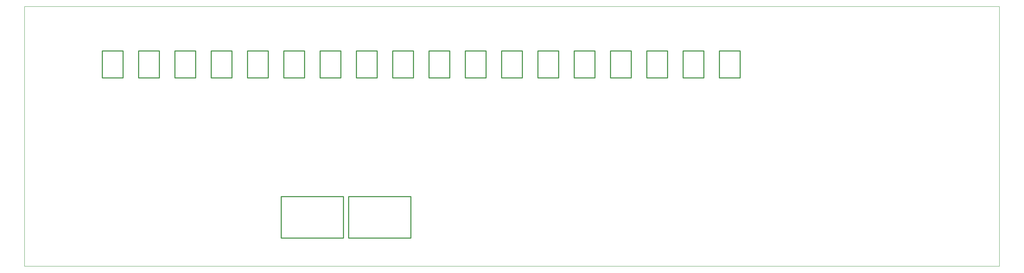
<source format=gbr>
G04 #@! TF.GenerationSoftware,KiCad,Pcbnew,(5.0.0)*
G04 #@! TF.CreationDate,2019-12-09T00:58:10+00:00*
G04 #@! TF.ProjectId,Control Panel,436F6E74726F6C2050616E656C2E6B69,rev?*
G04 #@! TF.SameCoordinates,Original*
G04 #@! TF.FileFunction,Profile,NP*
%FSLAX46Y46*%
G04 Gerber Fmt 4.6, Leading zero omitted, Abs format (unit mm)*
G04 Created by KiCad (PCBNEW (5.0.0)) date 12/09/19 00:58:10*
%MOMM*%
%LPD*%
G01*
G04 APERTURE LIST*
%ADD10C,0.200000*%
G04 #@! TA.AperFunction,NonConductor*
%ADD11C,0.500000*%
G04 #@! TD*
G04 APERTURE END LIST*
D10*
X480060000Y-129794000D02*
X2540000Y-129794000D01*
X480060000Y-2540000D02*
X480060000Y-129794000D01*
X2540000Y-2540000D02*
X480060000Y-2540000D01*
X2540000Y-129794000D02*
X2540000Y-2540000D01*
D11*
G04 #@! TO.C,SW35*
X50800000Y-24296000D02*
X50800000Y-37504000D01*
X40640000Y-24296000D02*
X50800000Y-24296000D01*
X40640000Y-37504000D02*
X40640000Y-24296000D01*
X50800000Y-37504000D02*
X40640000Y-37504000D01*
G04 #@! TO.C,SW20*
X317500000Y-24296000D02*
X317500000Y-37504000D01*
X307340000Y-24296000D02*
X317500000Y-24296000D01*
X307340000Y-37504000D02*
X307340000Y-24296000D01*
X317500000Y-37504000D02*
X307340000Y-37504000D01*
G04 #@! TO.C,SW19*
X335280000Y-24296000D02*
X335280000Y-37504000D01*
X325120000Y-24296000D02*
X335280000Y-24296000D01*
X325120000Y-37504000D02*
X325120000Y-24296000D01*
X335280000Y-37504000D02*
X325120000Y-37504000D01*
G04 #@! TO.C,SW18*
X353060000Y-24296000D02*
X353060000Y-37504000D01*
X342900000Y-24296000D02*
X353060000Y-24296000D01*
X342900000Y-37504000D02*
X342900000Y-24296000D01*
X353060000Y-37504000D02*
X342900000Y-37504000D01*
G04 #@! TO.C,SW21*
X299720000Y-24296000D02*
X299720000Y-37504000D01*
X289560000Y-24296000D02*
X299720000Y-24296000D01*
X289560000Y-37504000D02*
X289560000Y-24296000D01*
X299720000Y-37504000D02*
X289560000Y-37504000D01*
G04 #@! TO.C,SW22*
X281940000Y-24296000D02*
X281940000Y-37504000D01*
X271780000Y-24296000D02*
X281940000Y-24296000D01*
X271780000Y-37504000D02*
X271780000Y-24296000D01*
X281940000Y-37504000D02*
X271780000Y-37504000D01*
G04 #@! TO.C,SW23*
X264160000Y-24296000D02*
X264160000Y-37504000D01*
X254000000Y-24296000D02*
X264160000Y-24296000D01*
X254000000Y-37504000D02*
X254000000Y-24296000D01*
X264160000Y-37504000D02*
X254000000Y-37504000D01*
G04 #@! TO.C,SW24*
X246380000Y-24296000D02*
X246380000Y-37504000D01*
X236220000Y-24296000D02*
X246380000Y-24296000D01*
X236220000Y-37504000D02*
X236220000Y-24296000D01*
X246380000Y-37504000D02*
X236220000Y-37504000D01*
G04 #@! TO.C,SW25*
X228600000Y-24296000D02*
X228600000Y-37504000D01*
X218440000Y-24296000D02*
X228600000Y-24296000D01*
X218440000Y-37504000D02*
X218440000Y-24296000D01*
X228600000Y-37504000D02*
X218440000Y-37504000D01*
G04 #@! TO.C,SW26*
X210820000Y-24296000D02*
X210820000Y-37504000D01*
X200660000Y-24296000D02*
X210820000Y-24296000D01*
X200660000Y-37504000D02*
X200660000Y-24296000D01*
X210820000Y-37504000D02*
X200660000Y-37504000D01*
G04 #@! TO.C,SW27*
X193040000Y-24296000D02*
X193040000Y-37504000D01*
X182880000Y-24296000D02*
X193040000Y-24296000D01*
X182880000Y-37504000D02*
X182880000Y-24296000D01*
X193040000Y-37504000D02*
X182880000Y-37504000D01*
G04 #@! TO.C,SW28*
X175260000Y-24296000D02*
X175260000Y-37504000D01*
X165100000Y-24296000D02*
X175260000Y-24296000D01*
X165100000Y-37504000D02*
X165100000Y-24296000D01*
X175260000Y-37504000D02*
X165100000Y-37504000D01*
G04 #@! TO.C,SW29*
X157480000Y-24296000D02*
X157480000Y-37504000D01*
X147320000Y-24296000D02*
X157480000Y-24296000D01*
X147320000Y-37504000D02*
X147320000Y-24296000D01*
X157480000Y-37504000D02*
X147320000Y-37504000D01*
G04 #@! TO.C,SW30*
X139700000Y-24296000D02*
X139700000Y-37504000D01*
X129540000Y-24296000D02*
X139700000Y-24296000D01*
X129540000Y-37504000D02*
X129540000Y-24296000D01*
X139700000Y-37504000D02*
X129540000Y-37504000D01*
G04 #@! TO.C,SW31*
X121920000Y-24296000D02*
X121920000Y-37504000D01*
X111760000Y-24296000D02*
X121920000Y-24296000D01*
X111760000Y-37504000D02*
X111760000Y-24296000D01*
X121920000Y-37504000D02*
X111760000Y-37504000D01*
G04 #@! TO.C,SW32*
X104140000Y-24296000D02*
X104140000Y-37504000D01*
X93980000Y-24296000D02*
X104140000Y-24296000D01*
X93980000Y-37504000D02*
X93980000Y-24296000D01*
X104140000Y-37504000D02*
X93980000Y-37504000D01*
G04 #@! TO.C,SW33*
X86360000Y-24296000D02*
X86360000Y-37504000D01*
X76200000Y-24296000D02*
X86360000Y-24296000D01*
X76200000Y-37504000D02*
X76200000Y-24296000D01*
X86360000Y-37504000D02*
X76200000Y-37504000D01*
G04 #@! TO.C,SW34*
X68580000Y-24296000D02*
X68580000Y-37504000D01*
X58420000Y-24296000D02*
X68580000Y-24296000D01*
X58420000Y-37504000D02*
X58420000Y-24296000D01*
X68580000Y-37504000D02*
X58420000Y-37504000D01*
G04 #@! TO.C,SW12*
X158750000Y-95670000D02*
X158750000Y-115990000D01*
X128270000Y-95670000D02*
X158750000Y-95670000D01*
X128270000Y-115990000D02*
X128270000Y-95670000D01*
X158750000Y-115990000D02*
X128270000Y-115990000D01*
G04 #@! TO.C,SW14*
X191770000Y-95670000D02*
X191770000Y-115990000D01*
X161290000Y-95670000D02*
X191770000Y-95670000D01*
X161290000Y-115990000D02*
X161290000Y-95670000D01*
X191770000Y-115990000D02*
X161290000Y-115990000D01*
G04 #@! TD*
M02*

</source>
